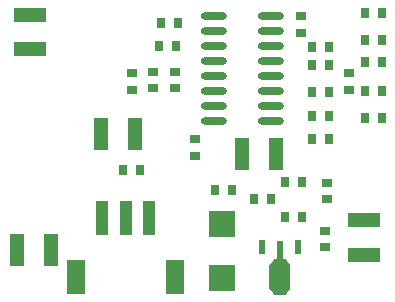
<source format=gtp>
%FSLAX23Y23*%
%MOIN*%
G70*
G01*
G75*
G04 Layer_Color=8421504*
G04:AMPARAMS|DCode=10|XSize=71mil|YSize=118mil|CornerRadius=0mil|HoleSize=0mil|Usage=FLASHONLY|Rotation=0.000|XOffset=0mil|YOffset=0mil|HoleType=Round|Shape=Octagon|*
%AMOCTAGOND10*
4,1,8,-0.018,0.059,0.018,0.059,0.035,0.041,0.035,-0.041,0.018,-0.059,-0.018,-0.059,-0.035,-0.041,-0.035,0.041,-0.018,0.059,0.0*
%
%ADD10OCTAGOND10*%

%ADD11R,0.020X0.047*%
%ADD12R,0.020X0.063*%
%ADD13R,0.031X0.035*%
%ADD14R,0.035X0.031*%
%ADD15R,0.051X0.106*%
%ADD16R,0.091X0.091*%
%ADD17R,0.106X0.051*%
%ADD18R,0.059X0.118*%
%ADD19R,0.039X0.118*%
%ADD20O,0.087X0.024*%
%ADD21C,0.010*%
%ADD22C,0.060*%
%ADD23C,0.039*%
%ADD24C,0.050*%
%ADD25C,0.031*%
%ADD26C,0.024*%
%ADD27C,0.010*%
%ADD28C,0.008*%
D10*
X970Y79D02*
D03*
D11*
X911Y177D02*
D03*
X1029D02*
D03*
D12*
X970Y169D02*
D03*
D13*
X987Y395D02*
D03*
X1043D02*
D03*
X938Y340D02*
D03*
X882D02*
D03*
X1043Y280D02*
D03*
X987D02*
D03*
X808Y370D02*
D03*
X752D02*
D03*
X1077Y540D02*
D03*
X1133D02*
D03*
X1077Y695D02*
D03*
X1133D02*
D03*
X1133Y785D02*
D03*
X1077D02*
D03*
X1077Y615D02*
D03*
X1133D02*
D03*
X567Y850D02*
D03*
X623D02*
D03*
X1077Y845D02*
D03*
X1133D02*
D03*
X572Y925D02*
D03*
X628D02*
D03*
X1308Y700D02*
D03*
X1252D02*
D03*
X1252Y960D02*
D03*
X1308D02*
D03*
X503Y435D02*
D03*
X447D02*
D03*
X1252Y795D02*
D03*
X1308D02*
D03*
X1308Y870D02*
D03*
X1252D02*
D03*
X1308Y610D02*
D03*
X1252D02*
D03*
D14*
X1120Y177D02*
D03*
Y233D02*
D03*
X620Y763D02*
D03*
Y707D02*
D03*
X545Y707D02*
D03*
Y763D02*
D03*
X1200Y758D02*
D03*
Y702D02*
D03*
X1040Y948D02*
D03*
Y892D02*
D03*
X1125Y393D02*
D03*
Y337D02*
D03*
X475Y702D02*
D03*
Y758D02*
D03*
X685Y538D02*
D03*
Y482D02*
D03*
D15*
X957Y490D02*
D03*
X843D02*
D03*
X487Y555D02*
D03*
X373D02*
D03*
X93Y170D02*
D03*
X207D02*
D03*
D16*
X775Y254D02*
D03*
Y76D02*
D03*
D17*
X135Y838D02*
D03*
Y952D02*
D03*
X1250Y267D02*
D03*
Y153D02*
D03*
D18*
X290Y78D02*
D03*
X620D02*
D03*
D19*
X376Y275D02*
D03*
X455D02*
D03*
X534D02*
D03*
D20*
X939Y600D02*
D03*
Y650D02*
D03*
Y700D02*
D03*
Y750D02*
D03*
Y800D02*
D03*
Y850D02*
D03*
Y900D02*
D03*
Y950D02*
D03*
X751Y600D02*
D03*
Y650D02*
D03*
Y700D02*
D03*
Y750D02*
D03*
Y800D02*
D03*
Y850D02*
D03*
Y900D02*
D03*
Y950D02*
D03*
M02*

</source>
